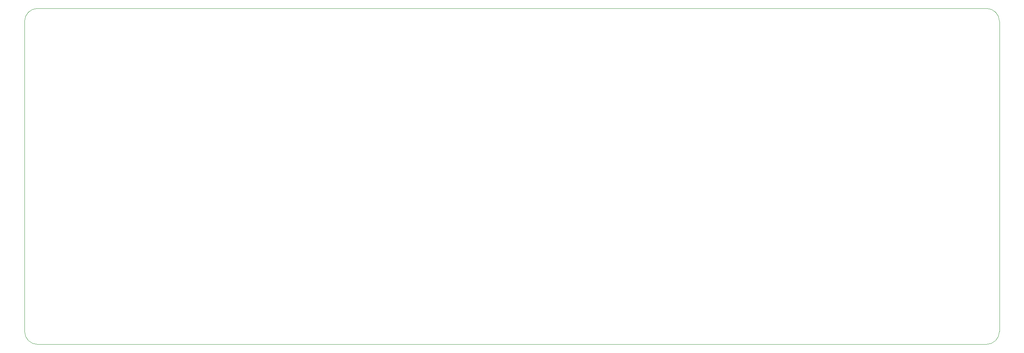
<source format=gbr>
%TF.GenerationSoftware,KiCad,Pcbnew,(5.99.0-9650-gad505e29c0)*%
%TF.CreationDate,2021-03-23T23:03:28-07:00*%
%TF.ProjectId,Choc40-bottom_plate,43686f63-3430-42d6-926f-74746f6d5f70,rev?*%
%TF.SameCoordinates,Original*%
%TF.FileFunction,Profile,NP*%
%FSLAX46Y46*%
G04 Gerber Fmt 4.6, Leading zero omitted, Abs format (unit mm)*
G04 Created by KiCad (PCBNEW (5.99.0-9650-gad505e29c0)) date 2021-03-23 23:03:28*
%MOMM*%
%LPD*%
G01*
G04 APERTURE LIST*
%TA.AperFunction,Profile*%
%ADD10C,0.100000*%
%TD*%
G04 APERTURE END LIST*
D10*
X243000000Y-20000000D02*
G75*
G02*
X246000000Y-23000000I0J-3000000D01*
G01*
X20000000Y-95000000D02*
X20000000Y-23000000D01*
X243000000Y-98000000D02*
X23000000Y-98000000D01*
X23000000Y-98000000D02*
G75*
G02*
X20000000Y-95000000I0J3000000D01*
G01*
X246000000Y-95000000D02*
G75*
G02*
X243000000Y-98000000I-3000000J0D01*
G01*
X23000000Y-20000000D02*
X243000000Y-20000000D01*
X246000000Y-23000000D02*
X246000000Y-95000000D01*
X20000000Y-23000000D02*
G75*
G02*
X23000000Y-20000000I3000000J0D01*
G01*
M02*

</source>
